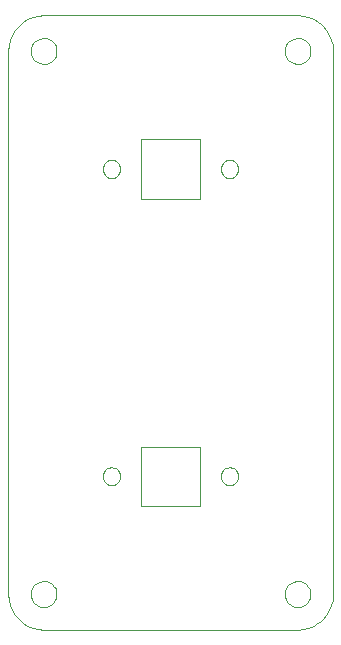
<source format=gbr>
%TF.GenerationSoftware,KiCad,Pcbnew,7.0.7*%
%TF.CreationDate,2024-09-13T10:44:57-05:00*%
%TF.ProjectId,OM-EPSC3-Micro,4f4d2d45-5053-4433-932d-4d6963726f2e,rev?*%
%TF.SameCoordinates,Original*%
%TF.FileFunction,Profile,NP*%
%FSLAX46Y46*%
G04 Gerber Fmt 4.6, Leading zero omitted, Abs format (unit mm)*
G04 Created by KiCad (PCBNEW 7.0.7) date 2024-09-13 10:44:57*
%MOMM*%
%LPD*%
G01*
G04 APERTURE LIST*
%TA.AperFunction,Profile*%
%ADD10C,0.003779*%
%TD*%
G04 APERTURE END LIST*
D10*
X220165000Y-106177000D02*
X220165000Y-107061000D01*
X214895000Y-91561002D02*
X218991000Y-91561002D01*
X227290000Y-103911001D02*
X227183002Y-103993839D01*
X210849999Y-94835002D02*
X210950999Y-95091002D01*
X227014998Y-104936001D02*
X227135001Y-105091002D01*
X218040000Y-105211001D02*
X218195001Y-105091002D01*
X210950999Y-141090997D02*
X211113000Y-141313997D01*
X232350001Y-94287002D02*
X232315002Y-94561002D01*
X210950999Y-94031001D02*
X210849999Y-94287002D01*
X220165000Y-133060998D02*
X225165000Y-133060998D01*
X217290000Y-131211000D02*
X217471000Y-131284997D01*
X217665000Y-103811001D02*
X217471000Y-103837000D01*
X209062000Y-93634002D02*
X209242000Y-93199002D01*
X236415000Y-106177000D02*
X236415000Y-122561000D01*
X218315000Y-104186001D02*
X218270871Y-104129002D01*
X216943000Y-104362108D02*
X216940999Y-104367001D01*
X211446000Y-143523996D02*
X210988000Y-143413999D01*
X212120999Y-93480002D02*
X211846000Y-93463002D01*
X234116000Y-141408998D02*
X234304999Y-141207998D01*
X218991000Y-91561002D02*
X227183002Y-91561002D01*
X217290000Y-129910997D02*
X217134999Y-130030999D01*
X232450999Y-95091002D02*
X232613002Y-95314002D01*
X236415000Y-122561000D02*
X236415000Y-130753000D01*
X234304999Y-139913999D02*
X234116000Y-139712999D01*
X236415000Y-132483678D02*
X236415000Y-134941659D01*
X233346000Y-95659001D02*
X233621001Y-95642001D01*
X235841998Y-142323999D02*
X235535998Y-142682000D01*
X233882999Y-93566001D02*
X233621001Y-93480002D01*
X210152000Y-142988000D02*
X209794000Y-142682000D01*
X211846000Y-95659001D02*
X212120999Y-95642001D01*
X217471000Y-129836999D02*
X217290000Y-129910997D01*
X232825999Y-95490002D02*
X233075000Y-95607001D01*
X218389001Y-104367001D02*
X218315000Y-104186001D01*
X228194999Y-130030999D02*
X228040000Y-129910997D01*
X228040000Y-105211001D02*
X228194999Y-105091002D01*
X216940732Y-130753000D02*
X216940999Y-130754998D01*
X218315000Y-130185998D02*
X218195001Y-130030999D01*
X234281493Y-93889001D02*
X234116000Y-93713002D01*
X212846999Y-93990422D02*
X212804999Y-93914002D01*
X209062000Y-141488000D02*
X208952000Y-141030000D01*
X211113000Y-93808002D02*
X211054156Y-93889001D01*
X234116000Y-93713002D02*
X233882999Y-93566001D01*
X218389268Y-130753000D02*
X218415000Y-130560998D01*
X235178000Y-92134002D02*
X235374999Y-92302388D01*
X210849999Y-140286996D02*
X210815000Y-140560998D01*
X235374999Y-92302388D02*
X235535998Y-92440002D01*
X236415000Y-140560998D02*
X236378001Y-141030000D01*
X232825999Y-139631997D02*
X232613002Y-139808000D01*
X210802772Y-91784648D02*
X210988000Y-91708001D01*
X233075000Y-93515002D02*
X232825999Y-93632001D01*
X227183002Y-105128163D02*
X227290000Y-105211001D01*
X218315000Y-130935998D02*
X218389001Y-130754998D01*
X212804999Y-95208001D02*
X212846999Y-95131581D01*
X233075000Y-95607001D02*
X233326999Y-95655356D01*
X233882999Y-139565995D02*
X233621001Y-139479997D01*
X210799001Y-91786208D02*
X210802772Y-91784648D01*
X209794000Y-142682000D02*
X209488000Y-142323999D01*
X228040000Y-131211000D02*
X228194999Y-131090997D01*
X209488000Y-142323999D02*
X209242000Y-141922998D01*
X216915000Y-130560998D02*
X216940732Y-130753000D01*
X212383000Y-95556002D02*
X212616000Y-95409001D01*
X210849999Y-140835000D02*
X210912335Y-140992997D01*
X234116000Y-139712999D02*
X233882999Y-139565995D01*
X233346000Y-141658998D02*
X233621001Y-141641999D01*
X234437999Y-140155999D02*
X234304999Y-139913999D01*
X210815000Y-140560998D02*
X210849999Y-140835000D01*
X226941001Y-104367001D02*
X226915000Y-104561001D01*
X227014998Y-130935998D02*
X227135001Y-131090997D01*
X212616000Y-95409001D02*
X212804999Y-95208001D01*
X225165000Y-133060998D02*
X225165000Y-130753000D01*
X233621001Y-139479997D02*
X233346000Y-139462999D01*
X227135001Y-130030999D02*
X227014998Y-130185998D01*
X212120999Y-141641999D02*
X212383000Y-141556001D01*
X212846999Y-139990419D02*
X212804999Y-139913999D01*
X227183002Y-91561002D02*
X231278998Y-91561002D01*
X212781493Y-93889001D02*
X212616000Y-93713002D01*
X212383000Y-141556001D02*
X212616000Y-141408998D01*
X208915000Y-107061000D02*
X208915000Y-106177000D01*
X235535998Y-92440002D02*
X235841998Y-92798001D01*
X211446000Y-91598003D02*
X211915000Y-91561002D01*
X218270871Y-104129002D02*
X218195001Y-104031000D01*
X232825999Y-141489999D02*
X233075000Y-141606996D01*
X211575000Y-93515002D02*
X211325999Y-93632001D01*
X228040000Y-103911001D02*
X227859000Y-103837000D01*
X218991000Y-143560998D02*
X214895000Y-143560998D01*
X226941001Y-104755001D02*
X227014998Y-104936001D01*
X236415000Y-130753000D02*
X236415000Y-132483678D01*
X211575000Y-139515001D02*
X211325999Y-139631997D01*
X225165000Y-106177000D02*
X225165000Y-102061001D01*
X212616000Y-93713002D02*
X212383000Y-93566001D01*
X217290000Y-103911001D02*
X217134999Y-104031000D01*
X235178000Y-142988000D02*
X235091605Y-143040998D01*
X218415000Y-130560998D02*
X218389001Y-130366998D01*
X210553000Y-143233999D02*
X210152000Y-142988000D01*
X236268001Y-141488000D02*
X236088000Y-141922998D01*
X226915000Y-104561001D02*
X226941001Y-104755001D01*
X233075000Y-141606996D02*
X233346000Y-141658998D01*
X236415000Y-134941659D02*
X236415000Y-138275514D01*
X232450999Y-94031001D02*
X232350001Y-94287002D01*
X226915000Y-130560998D02*
X226940730Y-130753000D01*
X212383000Y-93566001D02*
X212120999Y-93480002D01*
X220165000Y-102061001D02*
X220165000Y-106177000D01*
X212938001Y-94156001D02*
X212846999Y-93990422D01*
X218389001Y-130754998D02*
X218389268Y-130753000D01*
X218315000Y-104936001D02*
X218389001Y-104755001D01*
X236088000Y-93199002D02*
X236268001Y-93634002D01*
X234506000Y-94699002D02*
X234506000Y-94423001D01*
X227471000Y-129836999D02*
X227290000Y-129910997D01*
X232450999Y-140030999D02*
X232350001Y-140286996D01*
X234506000Y-94423001D02*
X234437999Y-94156001D01*
X208915000Y-106177000D02*
X208915000Y-94561002D01*
X227859000Y-105285002D02*
X228040000Y-105211001D01*
X220165000Y-130753000D02*
X220165000Y-133060998D01*
X234506000Y-140422998D02*
X234437999Y-140155999D01*
X213006000Y-94423001D02*
X212938001Y-94156001D01*
X211846000Y-141658998D02*
X212120999Y-141641999D01*
X234777000Y-143233999D02*
X234341998Y-143413999D01*
X212804999Y-93914002D02*
X212781493Y-93889001D01*
X220165000Y-107061000D02*
X225165000Y-107061000D01*
X228315002Y-130935998D02*
X228388999Y-130754998D01*
X236415000Y-97985001D02*
X236415000Y-106177000D01*
X235374999Y-142819612D02*
X235178000Y-142988000D01*
X227014998Y-104186001D02*
X226941001Y-104367001D01*
X211915000Y-143560998D02*
X211446000Y-143523996D01*
X234341998Y-143413999D02*
X233884002Y-143523996D01*
X233346000Y-139462999D02*
X233326999Y-139466645D01*
X232350001Y-94835002D02*
X232450999Y-95091002D01*
X209488000Y-92798001D02*
X209794000Y-92440002D01*
X208915000Y-122561000D02*
X208915000Y-107061000D01*
X227471000Y-131284997D02*
X227665000Y-131310998D01*
X211575000Y-141606996D02*
X211846000Y-141658998D01*
X227471000Y-103837000D02*
X227290000Y-103911001D01*
X218195001Y-131090997D02*
X218315000Y-130935998D01*
X218389001Y-130366998D02*
X218315000Y-130185998D01*
X227135001Y-131090997D02*
X227183002Y-131128160D01*
X228194999Y-105091002D02*
X228315002Y-104936001D01*
X236378001Y-94092002D02*
X236415000Y-94561002D01*
X228388999Y-130366998D02*
X228315002Y-130185998D01*
X226941001Y-130366998D02*
X226915000Y-130560998D01*
X212804999Y-141207998D02*
X212923162Y-140992997D01*
X232613002Y-93808002D02*
X232554156Y-93889001D01*
X236088000Y-141922998D02*
X235841998Y-142323999D01*
X210553000Y-91888002D02*
X210799001Y-91786208D01*
X209242000Y-93199002D02*
X209488000Y-92798001D01*
X216915000Y-104561001D02*
X216940999Y-104755001D01*
X211325999Y-93632001D02*
X211113000Y-93808002D01*
X227859000Y-103837000D02*
X227665000Y-103811001D01*
X210815000Y-94561002D02*
X210849999Y-94835002D01*
X211846000Y-93463002D02*
X211575000Y-93515002D01*
X217134999Y-104031000D02*
X217059129Y-104129002D01*
X236378001Y-141030000D02*
X236268001Y-141488000D01*
X234437999Y-94966002D02*
X234506000Y-94699002D01*
X234116000Y-95409001D02*
X234304999Y-95208001D01*
X213006000Y-140422998D02*
X212938001Y-140155999D01*
X228315002Y-104186001D02*
X228270869Y-104129002D01*
X227183002Y-143560998D02*
X218991000Y-143560998D01*
X212120999Y-95642001D02*
X212383000Y-95556002D01*
X216940999Y-104367001D02*
X216915000Y-104561001D01*
X210988000Y-143413999D02*
X210799001Y-143335794D01*
X210912335Y-140992997D02*
X210950999Y-141090997D01*
X213006000Y-94699002D02*
X213006000Y-94423001D01*
X235091605Y-143040998D02*
X234777000Y-143233999D01*
X227290000Y-129910997D02*
X227183002Y-129993837D01*
X210849999Y-94287002D02*
X210815000Y-94561002D01*
X212616000Y-141408998D02*
X212804999Y-141207998D01*
X217134999Y-105091002D02*
X217290000Y-105211001D01*
X232613002Y-139808000D02*
X232450999Y-140030999D01*
X233621001Y-141641999D02*
X233882999Y-141556001D01*
X234341998Y-91708001D02*
X234777000Y-91888002D01*
X209794000Y-92440002D02*
X210152000Y-92134002D01*
X236415000Y-94561002D02*
X236415000Y-97985001D01*
X228270869Y-104129002D02*
X228194999Y-104031000D01*
X217015000Y-104936001D02*
X217134999Y-105091002D01*
X210988000Y-91708001D02*
X211446000Y-91598003D01*
X211113000Y-95314002D02*
X211325999Y-95490002D01*
X227290000Y-131211000D02*
X227471000Y-131284997D01*
X217471000Y-103837000D02*
X217290000Y-103911001D01*
X236268001Y-93634002D02*
X236378001Y-94092002D01*
X212616000Y-139712999D02*
X212383000Y-139565995D01*
X225165000Y-102061001D02*
X220165000Y-102061001D01*
X228415000Y-130560998D02*
X228388999Y-130366998D01*
X234423160Y-140992997D02*
X234437999Y-140965997D01*
X227135001Y-104031000D02*
X227014998Y-104186001D01*
X227183002Y-131128160D02*
X227290000Y-131211000D01*
X234304999Y-141207998D02*
X234423160Y-140992997D01*
X227014998Y-130185998D02*
X226941001Y-130366998D01*
X233882999Y-141556001D02*
X234116000Y-141408998D01*
X232825999Y-93632001D02*
X232613002Y-93808002D01*
X212938001Y-140965997D02*
X213006000Y-140698999D01*
X217859000Y-131284997D02*
X218040000Y-131211000D01*
X234437999Y-140965997D02*
X234506000Y-140698999D01*
X234506000Y-140698999D02*
X234506000Y-140422998D01*
X232613002Y-141313997D02*
X232825999Y-141489999D01*
X211325999Y-141489999D02*
X211575000Y-141606996D01*
X218389001Y-104755001D02*
X218415000Y-104561001D01*
X218415000Y-104561001D02*
X218389001Y-104367001D01*
X232350001Y-140835000D02*
X232412337Y-140992997D01*
X217290000Y-105211001D02*
X217471000Y-105285002D01*
X228040000Y-129910997D02*
X227859000Y-129836999D01*
X233884002Y-91598003D02*
X234341998Y-91708001D01*
X211846000Y-139462999D02*
X211575000Y-139515001D01*
X209242000Y-141922998D02*
X209062000Y-141488000D01*
X228315002Y-104936001D02*
X228388999Y-104755001D01*
X208952000Y-141030000D02*
X208915000Y-140560998D01*
X212923162Y-140992997D02*
X212938001Y-140965997D01*
X225165000Y-107061000D02*
X225165000Y-106177000D01*
X217015000Y-130935998D02*
X217134999Y-131090997D01*
X210950999Y-140030999D02*
X210849999Y-140286996D01*
X228415000Y-104561001D02*
X228388999Y-104367001D01*
X227859000Y-131284997D02*
X228040000Y-131211000D01*
X236415000Y-138945001D02*
X236415000Y-140560998D01*
X227290000Y-105211001D02*
X227471000Y-105285002D01*
X210799001Y-143335794D02*
X210553000Y-143233999D01*
X212938001Y-140155999D02*
X212846999Y-139990419D01*
X232315002Y-140560998D02*
X232350001Y-140835000D01*
X216943000Y-104759894D02*
X217015000Y-104936001D01*
X217859000Y-103837000D02*
X217665000Y-103811001D01*
X232092479Y-91561002D02*
X233415000Y-91561002D01*
X211113000Y-141313997D02*
X211325999Y-141489999D01*
X212804999Y-139913999D02*
X212616000Y-139712999D01*
X233415000Y-143560998D02*
X231278998Y-143560998D01*
X233346000Y-93463002D02*
X233075000Y-93515002D01*
X216940999Y-130366998D02*
X216915000Y-130560998D01*
X233075000Y-139515001D02*
X232825999Y-139631997D01*
X212120999Y-139479997D02*
X211846000Y-139462999D01*
X218040000Y-103911001D02*
X217859000Y-103837000D01*
X227859000Y-129836999D02*
X227665000Y-129810998D01*
X211054156Y-93889001D02*
X210950999Y-94031001D01*
X234304999Y-93914002D02*
X234281493Y-93889001D01*
X228388999Y-104367001D02*
X228315002Y-104186001D01*
X211575000Y-95607001D02*
X211846000Y-95659001D01*
X217665000Y-131310998D02*
X217859000Y-131284997D01*
X233326999Y-139466645D02*
X233075000Y-139515001D01*
X228388999Y-130754998D02*
X228389270Y-130753000D01*
X217859000Y-105285002D02*
X218040000Y-105211001D01*
X218040000Y-129910997D02*
X217859000Y-129836999D01*
X226940730Y-130753000D02*
X226941001Y-130754998D01*
X208915000Y-138945001D02*
X208915000Y-122561000D01*
X211325999Y-139631997D02*
X211113000Y-139808000D01*
X225165000Y-128060998D02*
X220165000Y-128060998D01*
X227183002Y-129993837D02*
X227135001Y-130030999D01*
X218195001Y-105091002D02*
X218315000Y-104936001D01*
X232412337Y-140992997D02*
X232450999Y-141090997D01*
X232315002Y-94561002D02*
X232350001Y-94835002D01*
X234437999Y-94156001D02*
X234304999Y-93914002D01*
X217471000Y-105285002D02*
X217665000Y-105311001D01*
X210950999Y-95091002D02*
X211113000Y-95314002D01*
X233621001Y-95642001D02*
X233882999Y-95556002D01*
X232450999Y-141090997D02*
X232613002Y-141313997D01*
X234304999Y-95208001D02*
X234437999Y-94966002D01*
X227471000Y-105285002D02*
X227665000Y-105311001D01*
X217134999Y-131090997D02*
X217290000Y-131211000D01*
X232554156Y-93889001D02*
X232450999Y-94031001D01*
X214895000Y-143560998D02*
X211915000Y-143560998D01*
X228194999Y-104031000D02*
X228040000Y-103911001D01*
X217059129Y-104129002D02*
X217015000Y-104186001D01*
X218195001Y-130030999D02*
X218040000Y-129910997D01*
X228315002Y-130185998D02*
X228194999Y-130030999D01*
X233326999Y-95655356D02*
X233346000Y-95659001D01*
X216940999Y-104755001D02*
X216943000Y-104759894D01*
X225165000Y-130753000D02*
X225165000Y-128060998D01*
X211113000Y-139808000D02*
X210950999Y-140030999D01*
X227665000Y-105311001D02*
X227859000Y-105285002D01*
X220165000Y-128060998D02*
X220165000Y-130753000D01*
X216940999Y-130754998D02*
X217015000Y-130935998D01*
X228388999Y-104755001D02*
X228415000Y-104561001D01*
X227665000Y-103811001D02*
X227471000Y-103837000D01*
X232613002Y-95314002D02*
X232825999Y-95490002D01*
X236415000Y-138275514D02*
X236415000Y-138945001D01*
X208952000Y-94092002D02*
X209062000Y-93634002D01*
X227665000Y-131310998D02*
X227859000Y-131284997D01*
X233415000Y-91561002D02*
X233884002Y-91598003D01*
X211325999Y-95490002D02*
X211575000Y-95607001D01*
X208915000Y-94561002D02*
X208952000Y-94092002D01*
X213006000Y-140698999D02*
X213006000Y-140422998D01*
X227183002Y-103993839D02*
X227135001Y-104031000D01*
X233884002Y-143523996D02*
X233415000Y-143560998D01*
X212383000Y-139565995D02*
X212120999Y-139479997D01*
X235535998Y-142682000D02*
X235374999Y-142819612D01*
X227135001Y-105091002D02*
X227183002Y-105128163D01*
X227665000Y-129810998D02*
X227471000Y-129836999D01*
X234777000Y-91888002D02*
X235178000Y-92134002D01*
X233882999Y-95556002D02*
X234116000Y-95409001D01*
X217015000Y-104186001D02*
X216943000Y-104362108D01*
X218195001Y-104031000D02*
X218040000Y-103911001D01*
X217015000Y-130185998D02*
X216940999Y-130366998D01*
X211915000Y-91561002D02*
X214895000Y-91561002D01*
X212938001Y-94966002D02*
X213006000Y-94699002D01*
X212846999Y-95131581D02*
X212938001Y-94966002D01*
X208915000Y-140560998D02*
X208915000Y-138945001D01*
X231278998Y-143560998D02*
X227183002Y-143560998D01*
X228194999Y-131090997D02*
X228315002Y-130935998D01*
X235841998Y-92798001D02*
X236088000Y-93199002D01*
X231278998Y-91561002D02*
X232092479Y-91561002D01*
X217471000Y-131284997D02*
X217665000Y-131310998D01*
X218040000Y-131211000D02*
X218195001Y-131090997D01*
X217134999Y-130030999D02*
X217015000Y-130185998D01*
X210152000Y-92134002D02*
X210553000Y-91888002D01*
X217859000Y-129836999D02*
X217665000Y-129810998D01*
X226941001Y-130754998D02*
X227014998Y-130935998D01*
X233621001Y-93480002D02*
X233346000Y-93463002D01*
X217665000Y-105311001D02*
X217859000Y-105285002D01*
X228389270Y-130753000D02*
X228415000Y-130560998D01*
X217665000Y-129810998D02*
X217471000Y-129836999D01*
X232350001Y-140286996D02*
X232315002Y-140560998D01*
M02*

</source>
